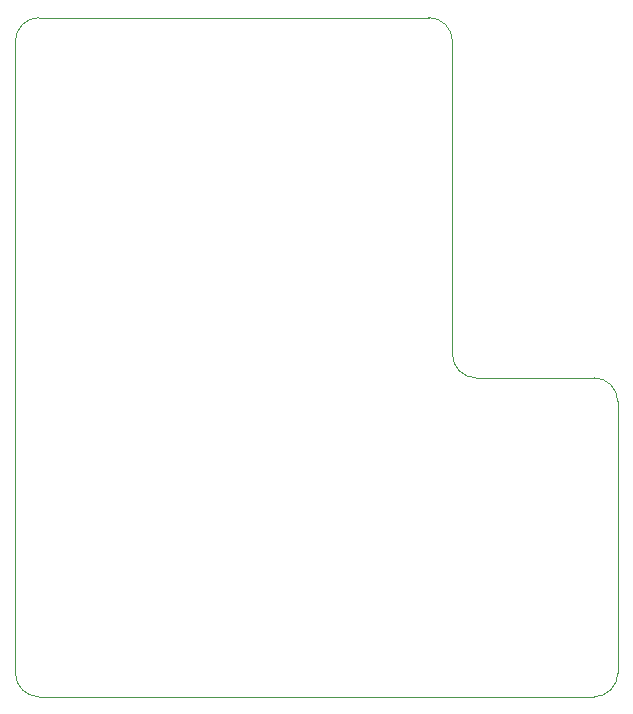
<source format=gm1>
G04 #@! TF.GenerationSoftware,KiCad,Pcbnew,(5.1.9)-1*
G04 #@! TF.CreationDate,2021-05-01T21:07:19-04:00*
G04 #@! TF.ProjectId,Transfer_Board,5472616e-7366-4657-925f-426f6172642e,rev?*
G04 #@! TF.SameCoordinates,Original*
G04 #@! TF.FileFunction,Profile,NP*
%FSLAX46Y46*%
G04 Gerber Fmt 4.6, Leading zero omitted, Abs format (unit mm)*
G04 Created by KiCad (PCBNEW (5.1.9)-1) date 2021-05-01 21:07:19*
%MOMM*%
%LPD*%
G01*
G04 APERTURE LIST*
G04 #@! TA.AperFunction,Profile*
%ADD10C,0.050000*%
G04 #@! TD*
G04 APERTURE END LIST*
D10*
X135000000Y-42500000D02*
G75*
G02*
X137000000Y-44500000I0J-2000000D01*
G01*
X139000000Y-73000000D02*
G75*
G02*
X137000000Y-71000000I0J2000000D01*
G01*
X149000000Y-73000000D02*
G75*
G02*
X151000000Y-75000000I0J-2000000D01*
G01*
X151000000Y-98000000D02*
G75*
G02*
X149000000Y-100000000I-2000000J0D01*
G01*
X102000000Y-100000000D02*
G75*
G02*
X100000000Y-98000000I0J2000000D01*
G01*
X100000000Y-44500000D02*
G75*
G02*
X102000000Y-42500000I2000000J0D01*
G01*
X135000000Y-42500000D02*
X102000000Y-42500000D01*
X137000000Y-71000000D02*
X137000000Y-44500000D01*
X149000000Y-73000000D02*
X139000000Y-73000000D01*
X151000000Y-98000000D02*
X151000000Y-75000000D01*
X102000000Y-100000000D02*
X149000000Y-100000000D01*
X100000000Y-44500800D02*
X100000000Y-98000000D01*
M02*

</source>
